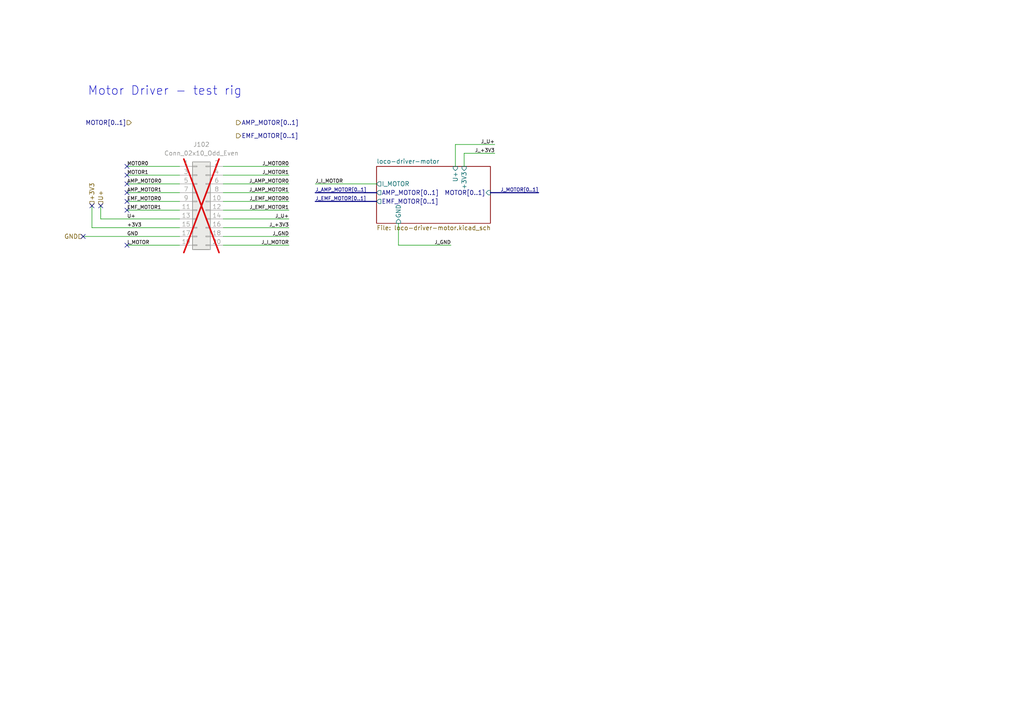
<source format=kicad_sch>
(kicad_sch
	(version 20231120)
	(generator "eeschema")
	(generator_version "8.0")
	(uuid "05e300d5-f5fa-4357-9552-f348c65b0d1e")
	(paper "A4")
	(title_block
		(title "xDuinoRail - LocDecoder - Development Kit")
		(date "2024-10-09")
		(rev "v0.2")
		(company "Chatelain Engineering, Bern - CH")
	)
	(lib_symbols
		(symbol "Connector_Generic:Conn_02x10_Odd_Even"
			(pin_names
				(offset 1.016) hide)
			(exclude_from_sim no)
			(in_bom yes)
			(on_board yes)
			(property "Reference" "J"
				(at 1.27 12.7 0)
				(effects
					(font
						(size 1.27 1.27)
					)
				)
			)
			(property "Value" "Conn_02x10_Odd_Even"
				(at 1.27 -15.24 0)
				(effects
					(font
						(size 1.27 1.27)
					)
				)
			)
			(property "Footprint" ""
				(at 0 0 0)
				(effects
					(font
						(size 1.27 1.27)
					)
					(hide yes)
				)
			)
			(property "Datasheet" "~"
				(at 0 0 0)
				(effects
					(font
						(size 1.27 1.27)
					)
					(hide yes)
				)
			)
			(property "Description" "Generic connector, double row, 02x10, odd/even pin numbering scheme (row 1 odd numbers, row 2 even numbers), script generated (kicad-library-utils/schlib/autogen/connector/)"
				(at 0 0 0)
				(effects
					(font
						(size 1.27 1.27)
					)
					(hide yes)
				)
			)
			(property "ki_keywords" "connector"
				(at 0 0 0)
				(effects
					(font
						(size 1.27 1.27)
					)
					(hide yes)
				)
			)
			(property "ki_fp_filters" "Connector*:*_2x??_*"
				(at 0 0 0)
				(effects
					(font
						(size 1.27 1.27)
					)
					(hide yes)
				)
			)
			(symbol "Conn_02x10_Odd_Even_1_1"
				(rectangle
					(start -1.27 -12.573)
					(end 0 -12.827)
					(stroke
						(width 0.1524)
						(type default)
					)
					(fill
						(type none)
					)
				)
				(rectangle
					(start -1.27 -10.033)
					(end 0 -10.287)
					(stroke
						(width 0.1524)
						(type default)
					)
					(fill
						(type none)
					)
				)
				(rectangle
					(start -1.27 -7.493)
					(end 0 -7.747)
					(stroke
						(width 0.1524)
						(type default)
					)
					(fill
						(type none)
					)
				)
				(rectangle
					(start -1.27 -4.953)
					(end 0 -5.207)
					(stroke
						(width 0.1524)
						(type default)
					)
					(fill
						(type none)
					)
				)
				(rectangle
					(start -1.27 -2.413)
					(end 0 -2.667)
					(stroke
						(width 0.1524)
						(type default)
					)
					(fill
						(type none)
					)
				)
				(rectangle
					(start -1.27 0.127)
					(end 0 -0.127)
					(stroke
						(width 0.1524)
						(type default)
					)
					(fill
						(type none)
					)
				)
				(rectangle
					(start -1.27 2.667)
					(end 0 2.413)
					(stroke
						(width 0.1524)
						(type default)
					)
					(fill
						(type none)
					)
				)
				(rectangle
					(start -1.27 5.207)
					(end 0 4.953)
					(stroke
						(width 0.1524)
						(type default)
					)
					(fill
						(type none)
					)
				)
				(rectangle
					(start -1.27 7.747)
					(end 0 7.493)
					(stroke
						(width 0.1524)
						(type default)
					)
					(fill
						(type none)
					)
				)
				(rectangle
					(start -1.27 10.287)
					(end 0 10.033)
					(stroke
						(width 0.1524)
						(type default)
					)
					(fill
						(type none)
					)
				)
				(rectangle
					(start -1.27 11.43)
					(end 3.81 -13.97)
					(stroke
						(width 0.254)
						(type default)
					)
					(fill
						(type background)
					)
				)
				(rectangle
					(start 3.81 -12.573)
					(end 2.54 -12.827)
					(stroke
						(width 0.1524)
						(type default)
					)
					(fill
						(type none)
					)
				)
				(rectangle
					(start 3.81 -10.033)
					(end 2.54 -10.287)
					(stroke
						(width 0.1524)
						(type default)
					)
					(fill
						(type none)
					)
				)
				(rectangle
					(start 3.81 -7.493)
					(end 2.54 -7.747)
					(stroke
						(width 0.1524)
						(type default)
					)
					(fill
						(type none)
					)
				)
				(rectangle
					(start 3.81 -4.953)
					(end 2.54 -5.207)
					(stroke
						(width 0.1524)
						(type default)
					)
					(fill
						(type none)
					)
				)
				(rectangle
					(start 3.81 -2.413)
					(end 2.54 -2.667)
					(stroke
						(width 0.1524)
						(type default)
					)
					(fill
						(type none)
					)
				)
				(rectangle
					(start 3.81 0.127)
					(end 2.54 -0.127)
					(stroke
						(width 0.1524)
						(type default)
					)
					(fill
						(type none)
					)
				)
				(rectangle
					(start 3.81 2.667)
					(end 2.54 2.413)
					(stroke
						(width 0.1524)
						(type default)
					)
					(fill
						(type none)
					)
				)
				(rectangle
					(start 3.81 5.207)
					(end 2.54 4.953)
					(stroke
						(width 0.1524)
						(type default)
					)
					(fill
						(type none)
					)
				)
				(rectangle
					(start 3.81 7.747)
					(end 2.54 7.493)
					(stroke
						(width 0.1524)
						(type default)
					)
					(fill
						(type none)
					)
				)
				(rectangle
					(start 3.81 10.287)
					(end 2.54 10.033)
					(stroke
						(width 0.1524)
						(type default)
					)
					(fill
						(type none)
					)
				)
				(pin passive line
					(at -5.08 10.16 0)
					(length 3.81)
					(name "Pin_1"
						(effects
							(font
								(size 1.27 1.27)
							)
						)
					)
					(number "1"
						(effects
							(font
								(size 1.27 1.27)
							)
						)
					)
				)
				(pin passive line
					(at 7.62 0 180)
					(length 3.81)
					(name "Pin_10"
						(effects
							(font
								(size 1.27 1.27)
							)
						)
					)
					(number "10"
						(effects
							(font
								(size 1.27 1.27)
							)
						)
					)
				)
				(pin passive line
					(at -5.08 -2.54 0)
					(length 3.81)
					(name "Pin_11"
						(effects
							(font
								(size 1.27 1.27)
							)
						)
					)
					(number "11"
						(effects
							(font
								(size 1.27 1.27)
							)
						)
					)
				)
				(pin passive line
					(at 7.62 -2.54 180)
					(length 3.81)
					(name "Pin_12"
						(effects
							(font
								(size 1.27 1.27)
							)
						)
					)
					(number "12"
						(effects
							(font
								(size 1.27 1.27)
							)
						)
					)
				)
				(pin passive line
					(at -5.08 -5.08 0)
					(length 3.81)
					(name "Pin_13"
						(effects
							(font
								(size 1.27 1.27)
							)
						)
					)
					(number "13"
						(effects
							(font
								(size 1.27 1.27)
							)
						)
					)
				)
				(pin passive line
					(at 7.62 -5.08 180)
					(length 3.81)
					(name "Pin_14"
						(effects
							(font
								(size 1.27 1.27)
							)
						)
					)
					(number "14"
						(effects
							(font
								(size 1.27 1.27)
							)
						)
					)
				)
				(pin passive line
					(at -5.08 -7.62 0)
					(length 3.81)
					(name "Pin_15"
						(effects
							(font
								(size 1.27 1.27)
							)
						)
					)
					(number "15"
						(effects
							(font
								(size 1.27 1.27)
							)
						)
					)
				)
				(pin passive line
					(at 7.62 -7.62 180)
					(length 3.81)
					(name "Pin_16"
						(effects
							(font
								(size 1.27 1.27)
							)
						)
					)
					(number "16"
						(effects
							(font
								(size 1.27 1.27)
							)
						)
					)
				)
				(pin passive line
					(at -5.08 -10.16 0)
					(length 3.81)
					(name "Pin_17"
						(effects
							(font
								(size 1.27 1.27)
							)
						)
					)
					(number "17"
						(effects
							(font
								(size 1.27 1.27)
							)
						)
					)
				)
				(pin passive line
					(at 7.62 -10.16 180)
					(length 3.81)
					(name "Pin_18"
						(effects
							(font
								(size 1.27 1.27)
							)
						)
					)
					(number "18"
						(effects
							(font
								(size 1.27 1.27)
							)
						)
					)
				)
				(pin passive line
					(at -5.08 -12.7 0)
					(length 3.81)
					(name "Pin_19"
						(effects
							(font
								(size 1.27 1.27)
							)
						)
					)
					(number "19"
						(effects
							(font
								(size 1.27 1.27)
							)
						)
					)
				)
				(pin passive line
					(at 7.62 10.16 180)
					(length 3.81)
					(name "Pin_2"
						(effects
							(font
								(size 1.27 1.27)
							)
						)
					)
					(number "2"
						(effects
							(font
								(size 1.27 1.27)
							)
						)
					)
				)
				(pin passive line
					(at 7.62 -12.7 180)
					(length 3.81)
					(name "Pin_20"
						(effects
							(font
								(size 1.27 1.27)
							)
						)
					)
					(number "20"
						(effects
							(font
								(size 1.27 1.27)
							)
						)
					)
				)
				(pin passive line
					(at -5.08 7.62 0)
					(length 3.81)
					(name "Pin_3"
						(effects
							(font
								(size 1.27 1.27)
							)
						)
					)
					(number "3"
						(effects
							(font
								(size 1.27 1.27)
							)
						)
					)
				)
				(pin passive line
					(at 7.62 7.62 180)
					(length 3.81)
					(name "Pin_4"
						(effects
							(font
								(size 1.27 1.27)
							)
						)
					)
					(number "4"
						(effects
							(font
								(size 1.27 1.27)
							)
						)
					)
				)
				(pin passive line
					(at -5.08 5.08 0)
					(length 3.81)
					(name "Pin_5"
						(effects
							(font
								(size 1.27 1.27)
							)
						)
					)
					(number "5"
						(effects
							(font
								(size 1.27 1.27)
							)
						)
					)
				)
				(pin passive line
					(at 7.62 5.08 180)
					(length 3.81)
					(name "Pin_6"
						(effects
							(font
								(size 1.27 1.27)
							)
						)
					)
					(number "6"
						(effects
							(font
								(size 1.27 1.27)
							)
						)
					)
				)
				(pin passive line
					(at -5.08 2.54 0)
					(length 3.81)
					(name "Pin_7"
						(effects
							(font
								(size 1.27 1.27)
							)
						)
					)
					(number "7"
						(effects
							(font
								(size 1.27 1.27)
							)
						)
					)
				)
				(pin passive line
					(at 7.62 2.54 180)
					(length 3.81)
					(name "Pin_8"
						(effects
							(font
								(size 1.27 1.27)
							)
						)
					)
					(number "8"
						(effects
							(font
								(size 1.27 1.27)
							)
						)
					)
				)
				(pin passive line
					(at -5.08 0 0)
					(length 3.81)
					(name "Pin_9"
						(effects
							(font
								(size 1.27 1.27)
							)
						)
					)
					(number "9"
						(effects
							(font
								(size 1.27 1.27)
							)
						)
					)
				)
			)
		)
	)
	(no_connect
		(at 26.67 59.69)
		(uuid "17558c1a-444f-4686-aed9-b8bad20fd509")
	)
	(no_connect
		(at 36.83 58.42)
		(uuid "1f4562de-27f4-47a4-acd1-cd450df46cce")
	)
	(no_connect
		(at 29.21 59.69)
		(uuid "29989af8-0522-4082-8e93-27fef5c93bff")
	)
	(no_connect
		(at 36.83 53.34)
		(uuid "59185c13-45d2-4d20-9525-9dc211b82711")
	)
	(no_connect
		(at 36.83 71.12)
		(uuid "72a3f571-df48-44a2-b91a-f76da192999f")
	)
	(no_connect
		(at 24.13 68.58)
		(uuid "76f4409d-bb88-469c-847b-b8bef36acf02")
	)
	(no_connect
		(at 36.83 55.88)
		(uuid "8a650d06-997c-4a16-b448-adc60574b317")
	)
	(no_connect
		(at 36.83 60.96)
		(uuid "94228686-4903-4cad-a004-8c984e782050")
	)
	(no_connect
		(at 36.83 50.8)
		(uuid "e73e6422-6c3a-45b6-9a22-b3102e3b735e")
	)
	(no_connect
		(at 36.83 48.26)
		(uuid "f456430b-ee1e-4146-a2c2-fbe83ef0eaa6")
	)
	(wire
		(pts
			(xy 64.77 66.04) (xy 83.82 66.04)
		)
		(stroke
			(width 0)
			(type default)
		)
		(uuid "23100987-11a3-4dd5-9f65-2f9296efda15")
	)
	(wire
		(pts
			(xy 64.77 60.96) (xy 83.82 60.96)
		)
		(stroke
			(width 0)
			(type default)
		)
		(uuid "290121fe-f8f9-48e0-b5f3-16eb598f46b2")
	)
	(wire
		(pts
			(xy 64.77 50.8) (xy 83.82 50.8)
		)
		(stroke
			(width 0)
			(type default)
		)
		(uuid "2c5555b4-38f3-4783-8dea-43ee99df5938")
	)
	(wire
		(pts
			(xy 109.22 53.34) (xy 91.44 53.34)
		)
		(stroke
			(width 0)
			(type default)
		)
		(uuid "2e5b7357-09b3-4641-a0ee-34828bb84dd2")
	)
	(wire
		(pts
			(xy 64.77 68.58) (xy 83.82 68.58)
		)
		(stroke
			(width 0)
			(type default)
		)
		(uuid "3581676e-9849-46d4-b560-2dd726b57352")
	)
	(bus
		(pts
			(xy 91.44 58.42) (xy 109.22 58.42)
		)
		(stroke
			(width 0)
			(type default)
		)
		(uuid "38fa1055-d575-4597-bd3d-81eafbfe36f1")
	)
	(bus
		(pts
			(xy 142.24 55.88) (xy 156.21 55.88)
		)
		(stroke
			(width 0)
			(type default)
		)
		(uuid "3ddaa2c6-38d8-464e-b13e-bcd31461db1d")
	)
	(bus
		(pts
			(xy 91.44 55.88) (xy 109.22 55.88)
		)
		(stroke
			(width 0)
			(type default)
		)
		(uuid "42851c3a-dd0e-48d2-85b2-1e9cae8aabf2")
	)
	(wire
		(pts
			(xy 115.57 64.77) (xy 115.57 71.12)
		)
		(stroke
			(width 0)
			(type default)
		)
		(uuid "4924637a-e848-404d-bc67-68be9e7605c3")
	)
	(wire
		(pts
			(xy 64.77 58.42) (xy 83.82 58.42)
		)
		(stroke
			(width 0)
			(type default)
		)
		(uuid "49d10bbf-37ad-4b2b-804c-b372867d7fc9")
	)
	(wire
		(pts
			(xy 132.08 48.26) (xy 132.08 41.91)
		)
		(stroke
			(width 0)
			(type default)
		)
		(uuid "500c7f9c-5b94-48f3-95eb-3e3b164dbafe")
	)
	(wire
		(pts
			(xy 36.83 58.42) (xy 52.07 58.42)
		)
		(stroke
			(width 0)
			(type default)
		)
		(uuid "5212eaf3-5e0c-4344-8724-880b3c35cf43")
	)
	(wire
		(pts
			(xy 24.13 68.58) (xy 52.07 68.58)
		)
		(stroke
			(width 0)
			(type default)
		)
		(uuid "52295d5e-88fb-4077-b7a8-20be9ff0b315")
	)
	(wire
		(pts
			(xy 36.83 55.88) (xy 52.07 55.88)
		)
		(stroke
			(width 0)
			(type default)
		)
		(uuid "5ab6f7a5-47e4-489c-911a-41a79a6bf6ab")
	)
	(wire
		(pts
			(xy 26.67 66.04) (xy 52.07 66.04)
		)
		(stroke
			(width 0)
			(type default)
		)
		(uuid "5cb2d890-2307-42c2-a6d8-62446d98e81f")
	)
	(wire
		(pts
			(xy 36.83 50.8) (xy 52.07 50.8)
		)
		(stroke
			(width 0)
			(type default)
		)
		(uuid "6058e206-17d2-4618-845c-6cfe85e02648")
	)
	(wire
		(pts
			(xy 115.57 71.12) (xy 130.81 71.12)
		)
		(stroke
			(width 0)
			(type default)
		)
		(uuid "6145830a-717c-4890-b3ae-35e38b80926e")
	)
	(wire
		(pts
			(xy 29.21 59.69) (xy 29.21 63.5)
		)
		(stroke
			(width 0)
			(type default)
		)
		(uuid "6bec459d-5336-4026-904e-693b0738dc58")
	)
	(wire
		(pts
			(xy 134.62 44.45) (xy 143.51 44.45)
		)
		(stroke
			(width 0)
			(type default)
		)
		(uuid "9684c167-17cf-4876-876b-7592d283c6a2")
	)
	(wire
		(pts
			(xy 36.83 48.26) (xy 52.07 48.26)
		)
		(stroke
			(width 0)
			(type default)
		)
		(uuid "9a54715b-c240-4960-925e-93fc01408614")
	)
	(wire
		(pts
			(xy 132.08 41.91) (xy 143.51 41.91)
		)
		(stroke
			(width 0)
			(type default)
		)
		(uuid "b674289d-2544-4c8e-9a83-51a855bdb3cf")
	)
	(wire
		(pts
			(xy 26.67 59.69) (xy 26.67 66.04)
		)
		(stroke
			(width 0)
			(type default)
		)
		(uuid "bf371c79-ec52-4511-b914-b305b381b540")
	)
	(wire
		(pts
			(xy 64.77 55.88) (xy 83.82 55.88)
		)
		(stroke
			(width 0)
			(type default)
		)
		(uuid "c65a8668-001c-49ed-9700-6581e06cdc5c")
	)
	(wire
		(pts
			(xy 36.83 53.34) (xy 52.07 53.34)
		)
		(stroke
			(width 0)
			(type default)
		)
		(uuid "c9e6f57d-85d8-4b78-810a-af4c9f2ed82a")
	)
	(wire
		(pts
			(xy 29.21 63.5) (xy 52.07 63.5)
		)
		(stroke
			(width 0)
			(type default)
		)
		(uuid "cbe9387e-ad3c-4433-b684-ff4c9994d059")
	)
	(wire
		(pts
			(xy 64.77 48.26) (xy 83.82 48.26)
		)
		(stroke
			(width 0)
			(type default)
		)
		(uuid "cd5d4023-e445-4a2b-b59a-4290b2c5b2df")
	)
	(wire
		(pts
			(xy 64.77 63.5) (xy 83.82 63.5)
		)
		(stroke
			(width 0)
			(type default)
		)
		(uuid "dc566e3e-1cfa-4a2d-a3c4-3e72a45fc720")
	)
	(wire
		(pts
			(xy 64.77 71.12) (xy 83.82 71.12)
		)
		(stroke
			(width 0)
			(type default)
		)
		(uuid "e5281a38-75dd-4786-ae14-9291e09cdffb")
	)
	(wire
		(pts
			(xy 134.62 44.45) (xy 134.62 48.26)
		)
		(stroke
			(width 0)
			(type default)
		)
		(uuid "f2cd81c8-9314-4de9-95d0-dfbdcb968990")
	)
	(wire
		(pts
			(xy 36.83 60.96) (xy 52.07 60.96)
		)
		(stroke
			(width 0)
			(type default)
		)
		(uuid "f44ee257-7e7a-44ca-a2f7-12c80b411ad6")
	)
	(wire
		(pts
			(xy 64.77 53.34) (xy 83.82 53.34)
		)
		(stroke
			(width 0)
			(type default)
		)
		(uuid "f5f4e654-b220-4952-8b90-822f669ebdd0")
	)
	(wire
		(pts
			(xy 52.07 71.12) (xy 36.83 71.12)
		)
		(stroke
			(width 0)
			(type default)
		)
		(uuid "f917853d-be65-47fd-aeaa-fe3d3ec4d387")
	)
	(text "Motor Driver - test rig\n"
		(exclude_from_sim no)
		(at 25.4 27.94 0)
		(effects
			(font
				(size 2.54 2.54)
			)
			(justify left bottom)
		)
		(uuid "8e7b0bd8-c661-4330-97fe-306bf27b788e")
	)
	(label "J_AMP_MOTOR0"
		(at 83.82 53.34 180)
		(effects
			(font
				(size 1.016 1.016)
			)
			(justify right bottom)
		)
		(uuid "02f1ec40-4621-4596-91f1-c2a0d7e44fa2")
	)
	(label "J_GND"
		(at 83.82 68.58 180)
		(effects
			(font
				(size 1.016 1.016)
			)
			(justify right bottom)
		)
		(uuid "22c38f99-b43f-447d-bea0-5b09ee5646e8")
	)
	(label "J_EMF_MOTOR0"
		(at 83.82 58.42 180)
		(effects
			(font
				(size 1.016 1.016)
			)
			(justify right bottom)
		)
		(uuid "272a30b9-cc47-4c64-a119-8545587cf30a")
	)
	(label "AMP_MOTOR0"
		(at 36.83 53.34 0)
		(effects
			(font
				(size 1.016 1.016)
			)
			(justify left bottom)
		)
		(uuid "286a31b9-cc5c-4f1d-920b-defec46afb57")
	)
	(label "J_EMF_MOTOR[0..1]"
		(at 91.44 58.42 0)
		(effects
			(font
				(size 1.016 1.016)
			)
			(justify left bottom)
		)
		(uuid "401b1f18-6bf2-4e4f-9f0b-b509f72bcbe3")
	)
	(label "J_U+"
		(at 143.51 41.91 180)
		(effects
			(font
				(size 1.016 1.016)
			)
			(justify right bottom)
		)
		(uuid "51d05e6a-512a-4a4c-8a5f-6ee8c739b458")
	)
	(label "J_I_MOTOR"
		(at 83.82 71.12 180)
		(effects
			(font
				(size 1.016 1.016)
			)
			(justify right bottom)
		)
		(uuid "53fef517-ea81-4a91-a1af-374da1d2b873")
	)
	(label "MOTOR0"
		(at 36.83 48.26 0)
		(effects
			(font
				(size 1.016 1.016)
			)
			(justify left bottom)
		)
		(uuid "5b681425-549c-42d5-84fb-f9e25e598049")
	)
	(label "J_U+"
		(at 83.82 63.5 180)
		(effects
			(font
				(size 1.016 1.016)
			)
			(justify right bottom)
		)
		(uuid "61e6dab2-f191-4478-89ae-993158507dbe")
	)
	(label "J_MOTOR0"
		(at 83.82 48.26 180)
		(effects
			(font
				(size 1.016 1.016)
			)
			(justify right bottom)
		)
		(uuid "6b5c6046-0e85-4245-aa7e-1384295a85e5")
	)
	(label "J_+3V3"
		(at 83.82 66.04 180)
		(effects
			(font
				(size 1.016 1.016)
			)
			(justify right bottom)
		)
		(uuid "6c78e34e-7ab3-43e7-a923-d7472f655750")
	)
	(label "J_EMF_MOTOR1"
		(at 83.82 60.96 180)
		(effects
			(font
				(size 1.016 1.016)
			)
			(justify right bottom)
		)
		(uuid "6c8ae189-b3ef-4efc-b8f0-0f5a31d846e2")
	)
	(label "AMP_MOTOR1"
		(at 36.83 55.88 0)
		(effects
			(font
				(size 1.016 1.016)
			)
			(justify left bottom)
		)
		(uuid "734fedad-266e-4c09-b068-c03059a46fc5")
	)
	(label "EMF_MOTOR0"
		(at 36.83 58.42 0)
		(effects
			(font
				(size 1.016 1.016)
			)
			(justify left bottom)
		)
		(uuid "85fd1e5a-c9b4-41ce-87da-522d3328aa53")
	)
	(label "J_I_MOTOR"
		(at 91.44 53.34 0)
		(effects
			(font
				(size 1.016 1.016)
			)
			(justify left bottom)
		)
		(uuid "8d168474-08e8-419e-b160-1a8c1b807169")
	)
	(label "J_AMP_MOTOR1"
		(at 83.82 55.88 180)
		(effects
			(font
				(size 1.016 1.016)
			)
			(justify right bottom)
		)
		(uuid "908de0d3-6df7-4de2-8a90-9b073f18c6f7")
	)
	(label "U+"
		(at 36.83 63.5 0)
		(effects
			(font
				(size 1.016 1.016)
			)
			(justify left bottom)
		)
		(uuid "984af7b3-7161-4445-aa13-712d2ffd7019")
	)
	(label "GND"
		(at 36.83 68.58 0)
		(effects
			(font
				(size 1.016 1.016)
			)
			(justify left bottom)
		)
		(uuid "9a5e0ebd-5b07-4e2c-994f-b774bc217345")
	)
	(label "J_MOTOR1"
		(at 83.82 50.8 180)
		(effects
			(font
				(size 1.016 1.016)
			)
			(justify right bottom)
		)
		(uuid "a2a61bb5-9a94-488d-bd60-e5b1d988a989")
	)
	(label "J_MOTOR[0..1]"
		(at 156.21 55.88 180)
		(effects
			(font
				(size 1.016 1.016)
			)
			(justify right bottom)
		)
		(uuid "aa980879-0bd7-45db-ac8e-430d2da448ff")
	)
	(label "J_AMP_MOTOR[0..1]"
		(at 91.44 55.88 0)
		(effects
			(font
				(size 1.016 1.016)
			)
			(justify left bottom)
		)
		(uuid "ae3ed6fe-6d93-47a1-bac0-dd46add1d285")
	)
	(label "I_MOTOR"
		(at 36.83 71.12 0)
		(effects
			(font
				(size 1.016 1.016)
			)
			(justify left bottom)
		)
		(uuid "c6554874-9bbf-4ebe-8ef9-a8cb4cc46ef6")
	)
	(label "MOTOR1"
		(at 36.83 50.8 0)
		(effects
			(font
				(size 1.016 1.016)
			)
			(justify left bottom)
		)
		(uuid "ca25e6fa-aefa-4fd3-8c5a-1b9990233bf8")
	)
	(label "J_GND"
		(at 130.81 71.12 180)
		(effects
			(font
				(size 1.016 1.016)
			)
			(justify right bottom)
		)
		(uuid "cd725ce1-5e33-4083-9b40-6fcd2e9edc4a")
	)
	(label "+3V3"
		(at 36.83 66.04 0)
		(effects
			(font
				(size 1.016 1.016)
			)
			(justify left bottom)
		)
		(uuid "dee4e5e7-6892-4fb1-920f-46cb381d9e9a")
	)
	(label "J_+3V3"
		(at 143.51 44.45 180)
		(effects
			(font
				(size 1.016 1.016)
			)
			(justify right bottom)
		)
		(uuid "e7167f0a-93d9-4c23-b6ad-29ae5abe6edc")
	)
	(label "EMF_MOTOR1"
		(at 36.83 60.96 0)
		(effects
			(font
				(size 1.016 1.016)
			)
			(justify left bottom)
		)
		(uuid "fad28a34-940d-4fb6-b42f-cf5ecf509e64")
	)
	(hierarchical_label "AMP_MOTOR[0..1]"
		(shape output)
		(at 68.58 35.56 0)
		(effects
			(font
				(size 1.27 1.27)
			)
			(justify left)
		)
		(uuid "1c88d8c4-265c-4f70-a734-26efb4f796f7")
	)
	(hierarchical_label "+3V3"
		(shape input)
		(at 26.67 59.69 90)
		(effects
			(font
				(size 1.27 1.27)
			)
			(justify left)
		)
		(uuid "2cb6f32f-3e47-4ce2-a85f-988b13c98b61")
	)
	(hierarchical_label "U+"
		(shape input)
		(at 29.21 59.69 90)
		(effects
			(font
				(size 1.27 1.27)
			)
			(justify left)
		)
		(uuid "453a376b-d7ff-4571-9909-9386f2ed9289")
	)
	(hierarchical_label "GND"
		(shape input)
		(at 24.13 68.58 180)
		(effects
			(font
				(size 1.27 1.27)
			)
			(justify right)
		)
		(uuid "49794dc6-0383-4230-980e-01c1b6367144")
	)
	(hierarchical_label "EMF_MOTOR[0..1]"
		(shape output)
		(at 68.58 39.37 0)
		(effects
			(font
				(size 1.27 1.27)
			)
			(justify left)
		)
		(uuid "52b6f8d9-37d2-478b-a35c-8997d126523c")
	)
	(hierarchical_label "MOTOR[0..1]"
		(shape input)
		(at 38.1 35.56 180)
		(effects
			(font
				(size 1.27 1.27)
			)
			(justify right)
		)
		(uuid "8235e965-23cd-4b65-bec8-5da5d638f858")
	)
	(symbol
		(lib_id "Connector_Generic:Conn_02x10_Odd_Even")
		(at 57.15 58.42 0)
		(unit 1)
		(exclude_from_sim no)
		(in_bom no)
		(on_board yes)
		(dnp yes)
		(fields_autoplaced yes)
		(uuid "a55cb282-2aad-4a0c-b407-487e2bbd9f7e")
		(property "Reference" "J102"
			(at 58.42 41.91 0)
			(effects
				(font
					(size 1.27 1.27)
				)
			)
		)
		(property "Value" "Conn_02x10_Odd_Even"
			(at 58.42 44.45 0)
			(effects
				(font
					(size 1.27 1.27)
				)
			)
		)
		(property "Footprint" "Connector_PinSocket_2.54mm:PinSocket_2x10_P2.54mm_Vertical"
			(at 57.15 58.42 0)
			(effects
				(font
					(size 1.27 1.27)
				)
				(hide yes)
			)
		)
		(property "Datasheet" "~"
			(at 57.15 58.42 0)
			(effects
				(font
					(size 1.27 1.27)
				)
				(hide yes)
			)
		)
		(property "Description" "Generic connector, double row, 02x10, odd/even pin numbering scheme (row 1 odd numbers, row 2 even numbers), script generated (kicad-library-utils/schlib/autogen/connector/)"
			(at 57.15 58.42 0)
			(effects
				(font
					(size 1.27 1.27)
				)
				(hide yes)
			)
		)
		(pin "8"
			(uuid "59b0e850-54db-43ac-91d2-e179cf064211")
		)
		(pin "5"
			(uuid "d1d4e14c-1b97-4a11-a2cb-4449f522d6ab")
		)
		(pin "10"
			(uuid "9612c016-49b5-4fb9-a53e-99ed435900d1")
		)
		(pin "3"
			(uuid "55df945f-6c19-42c9-9e7d-234b235cba9a")
		)
		(pin "16"
			(uuid "7f400c6a-1cd9-46bc-9720-3a5ba50fa498")
		)
		(pin "7"
			(uuid "bee142b2-ed66-4540-b321-1ea652e9911c")
		)
		(pin "9"
			(uuid "a2488bfe-666f-4f3f-be06-9540e6d011ae")
		)
		(pin "17"
			(uuid "869706d6-5112-4e5c-aabc-14f6f14aba21")
		)
		(pin "1"
			(uuid "4b139c80-bac3-4448-ac73-e1639ddd4c4c")
		)
		(pin "19"
			(uuid "0d13e2f7-6257-4b53-a25d-5f8a361cd639")
		)
		(pin "18"
			(uuid "dca68a1d-4ea5-4a81-b6c2-074cac6ffeb6")
		)
		(pin "4"
			(uuid "ec55dc8b-52dc-493e-9873-3d0a7b19f373")
		)
		(pin "13"
			(uuid "6adae097-1ebb-4870-97fc-3334800ebb71")
		)
		(pin "11"
			(uuid "3cfba386-9694-4dde-91be-14902898b68e")
		)
		(pin "2"
			(uuid "d07f27c3-f236-4d95-bf30-62467f77f576")
		)
		(pin "14"
			(uuid "61f17b96-49de-443d-9dac-29c093071fda")
		)
		(pin "15"
			(uuid "827f1b4c-50aa-41f8-a819-a37e094c6821")
		)
		(pin "6"
			(uuid "53ac2581-819c-4479-8e58-291accebbc39")
		)
		(pin "12"
			(uuid "8c6f88bb-6bcc-40a3-924c-02f2cfbe1997")
		)
		(pin "20"
			(uuid "bf898b98-1265-414b-9e43-8885cd986aff")
		)
		(instances
			(project ""
				(path "/05e300d5-f5fa-4357-9552-f348c65b0d1e"
					(reference "J102")
					(unit 1)
				)
			)
		)
	)
	(sheet
		(at 109.22 48.26)
		(size 33.02 16.51)
		(fields_autoplaced yes)
		(stroke
			(width 0.1524)
			(type solid)
		)
		(fill
			(color 0 0 0 0.0000)
		)
		(uuid "d8ceae93-80e2-4659-88f3-9cfac1d4b735")
		(property "Sheetname" "loco-driver-motor"
			(at 109.22 47.5484 0)
			(effects
				(font
					(size 1.27 1.27)
				)
				(justify left bottom)
			)
		)
		(property "Sheetfile" "loco-driver-motor.kicad_sch"
			(at 109.22 65.3546 0)
			(effects
				(font
					(size 1.27 1.27)
				)
				(justify left top)
			)
		)
		(pin "GND" input
			(at 115.57 64.77 270)
			(effects
				(font
					(size 1.27 1.27)
				)
				(justify left)
			)
			(uuid "05b29a6d-8944-476b-a432-a31032e983f8")
		)
		(pin "MOTOR[0..1]" input
			(at 142.24 55.88 0)
			(effects
				(font
					(size 1.27 1.27)
				)
				(justify right)
			)
			(uuid "659be609-b68d-4f95-96a5-e16f4f422795")
		)
		(pin "U+" input
			(at 132.08 48.26 90)
			(effects
				(font
					(size 1.27 1.27)
				)
				(justify right)
			)
			(uuid "14e2661b-12f7-43d0-94f1-203f5746bde7")
		)
		(pin "+3V3" input
			(at 134.62 48.26 90)
			(effects
				(font
					(size 1.27 1.27)
				)
				(justify right)
			)
			(uuid "61828a34-4f22-4282-a4e9-ee505cc9445f")
		)
		(pin "EMF_MOTOR[0..1]" output
			(at 109.22 58.42 180)
			(effects
				(font
					(size 1.27 1.27)
				)
				(justify left)
			)
			(uuid "9ae7bdef-43c4-4947-80b1-59a38156b513")
		)
		(pin "AMP_MOTOR[0..1]" output
			(at 109.22 55.88 180)
			(effects
				(font
					(size 1.27 1.27)
				)
				(justify left)
			)
			(uuid "3ec979bf-78c3-45f6-9b12-f18cdd0f0389")
		)
		(pin "I_MOTOR" output
			(at 109.22 53.34 180)
			(effects
				(font
					(size 1.27 1.27)
				)
				(justify left)
			)
			(uuid "5aa79696-7a1c-4379-96b1-a0b0c1108fe0")
		)
		(instances
			(project "xDuinoRail-Accessory-Dev"
				(path "/fb33ec4e-6596-45d2-a121-8d3475acd69a/4b0da984-a641-41c9-9e43-2d5d632165ab"
					(page "21")
				)
			)
			(project "loco-driver-motor-test"
				(path "/05e300d5-f5fa-4357-9552-f348c65b0d1e"
					(page "2")
				)
			)
		)
	)
	(sheet_instances
		(path "/"
			(page "1")
		)
	)
)

</source>
